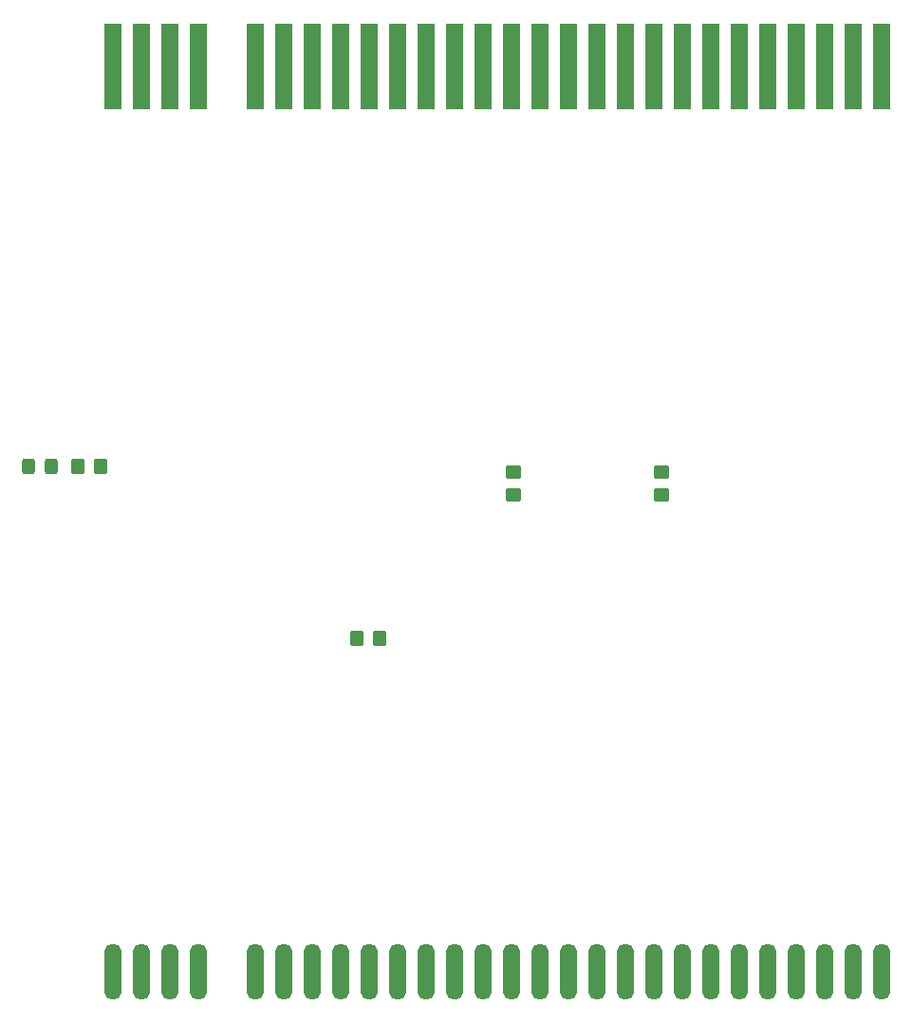
<source format=gbr>
%TF.GenerationSoftware,KiCad,Pcbnew,8.0.6-8.0.6-0~ubuntu24.04.1*%
%TF.CreationDate,2024-10-21T21:20:02+03:00*%
%TF.ProjectId,ZX Spectrum_ BUS Expander,5a582053-7065-4637-9472-756d2c204255,rev?*%
%TF.SameCoordinates,Original*%
%TF.FileFunction,Paste,Top*%
%TF.FilePolarity,Positive*%
%FSLAX46Y46*%
G04 Gerber Fmt 4.6, Leading zero omitted, Abs format (unit mm)*
G04 Created by KiCad (PCBNEW 8.0.6-8.0.6-0~ubuntu24.04.1) date 2024-10-21 21:20:02*
%MOMM*%
%LPD*%
G01*
G04 APERTURE LIST*
G04 Aperture macros list*
%AMRoundRect*
0 Rectangle with rounded corners*
0 $1 Rounding radius*
0 $2 $3 $4 $5 $6 $7 $8 $9 X,Y pos of 4 corners*
0 Add a 4 corners polygon primitive as box body*
4,1,4,$2,$3,$4,$5,$6,$7,$8,$9,$2,$3,0*
0 Add four circle primitives for the rounded corners*
1,1,$1+$1,$2,$3*
1,1,$1+$1,$4,$5*
1,1,$1+$1,$6,$7*
1,1,$1+$1,$8,$9*
0 Add four rect primitives between the rounded corners*
20,1,$1+$1,$2,$3,$4,$5,0*
20,1,$1+$1,$4,$5,$6,$7,0*
20,1,$1+$1,$6,$7,$8,$9,0*
20,1,$1+$1,$8,$9,$2,$3,0*%
G04 Aperture macros list end*
%ADD10RoundRect,0.250000X-0.350000X-0.450000X0.350000X-0.450000X0.350000X0.450000X-0.350000X0.450000X0*%
%ADD11RoundRect,0.762000X-0.000010X-1.738000X0.000010X-1.738000X0.000010X1.738000X-0.000010X1.738000X0*%
%ADD12R,1.524000X7.620000*%
%ADD13RoundRect,0.250000X-0.450000X0.350000X-0.450000X-0.350000X0.450000X-0.350000X0.450000X0.350000X0*%
%ADD14RoundRect,0.250000X-0.325000X-0.450000X0.325000X-0.450000X0.325000X0.450000X-0.325000X0.450000X0*%
%ADD15RoundRect,0.250000X0.350000X0.450000X-0.350000X0.450000X-0.350000X-0.450000X0.350000X-0.450000X0*%
G04 APERTURE END LIST*
D10*
%TO.C,R1*%
X127219200Y-106705400D03*
X129219200Y-106705400D03*
%TD*%
D11*
%TO.C,Z1*%
X105486200Y-136398000D03*
X108026200Y-136398000D03*
X110566200Y-136398000D03*
X113106200Y-136398000D03*
X118186200Y-136398000D03*
X120726200Y-136398000D03*
X123266200Y-136398000D03*
X125806200Y-136398000D03*
X128346200Y-136398000D03*
X130886200Y-136398000D03*
X133426200Y-136398000D03*
X135966200Y-136398000D03*
X138506200Y-136398000D03*
X141046200Y-136398000D03*
X143586200Y-136398000D03*
X146126200Y-136398000D03*
X148666200Y-136398000D03*
X151206200Y-136398000D03*
X153746200Y-136398000D03*
X156286200Y-136398000D03*
X158826200Y-136398000D03*
X161366200Y-136398000D03*
X163906200Y-136398000D03*
X166446200Y-136398000D03*
X168986200Y-136398000D03*
X171526200Y-136398000D03*
X174066200Y-136398000D03*
%TD*%
D12*
%TO.C,Z2*%
X105486200Y-55753000D03*
X108026200Y-55753000D03*
X110566200Y-55753000D03*
X113106200Y-55753000D03*
X118186200Y-55753000D03*
X120726200Y-55753000D03*
X123266200Y-55753000D03*
X125806200Y-55753000D03*
X128346200Y-55753000D03*
X130886200Y-55753000D03*
X133426200Y-55753000D03*
X135966200Y-55753000D03*
X138506200Y-55753000D03*
X141046200Y-55753000D03*
X143586200Y-55753000D03*
X146126200Y-55753000D03*
X148666200Y-55753000D03*
X151206200Y-55753000D03*
X153746200Y-55753000D03*
X156286200Y-55753000D03*
X158826200Y-55753000D03*
X161366200Y-55753000D03*
X163906200Y-55753000D03*
X166446200Y-55753000D03*
X168986200Y-55753000D03*
X171526200Y-55753000D03*
X174066200Y-55753000D03*
%TD*%
D13*
%TO.C,R5*%
X154355800Y-91887800D03*
X154355800Y-93887800D03*
%TD*%
D14*
%TO.C,D1*%
X97882600Y-91338400D03*
X99932600Y-91338400D03*
%TD*%
D13*
%TO.C,R3*%
X141173200Y-91887800D03*
X141173200Y-93887800D03*
%TD*%
D15*
%TO.C,R2*%
X104327200Y-91338400D03*
X102327200Y-91338400D03*
%TD*%
M02*

</source>
